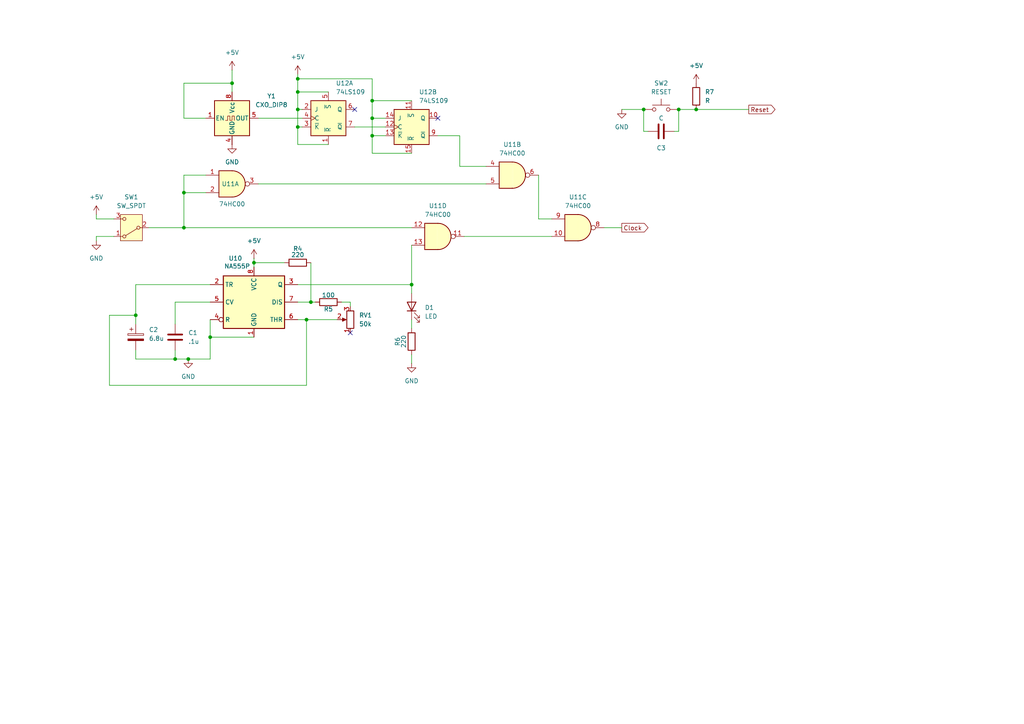
<source format=kicad_sch>
(kicad_sch (version 20250114) (generator "eeschema") (generator_version "9.0")
  (paper "A4")
  (lib_symbols
    (symbol "74xx:74HC00" (pin_names (offset 1.016))
      (property "Reference" "U" (at 0 1.27 0))
      (property "Value" "74HC00" (at 0 -1.27 0))
      (symbol "74HC00_1_1"
        (arc (start 0 3.81) (mid 3.7934 0) (end 0 -3.81) (stroke (width 0.254)) (fill (type background)))
        (polyline (pts (xy 0 3.81) (xy -3.81 3.81) (xy -3.81 -3.81) (xy 0 -3.81)) (stroke (width 0.254)) (fill (type background)))
        (pin input line (at -7.62 2.54 0) (length 3.81) (name "~") (number "1"))
        (pin input line (at -7.62 -2.54 0) (length 3.81) (name "~") (number "2"))
        (pin output inverted (at 7.62 0 180) (length 3.81) (name "~") (number "3"))
      )
      (symbol "74HC00_1_2"
        (arc (start -3.81 3.81) (mid -2.589 0) (end -3.81 -3.81) (stroke (width 0.254)))
        (polyline (pts (xy -3.81 3.81) (xy -0.635 3.81)) (stroke (width 0.254)) (fill (type background)))
        (polyline (pts (xy -3.81 -3.81) (xy -0.635 -3.81)) (stroke (width 0.254)) (fill (type background)))
        (arc (start 3.81 0) (mid 2.1855 -2.584) (end -0.6096 -3.81) (stroke (width 0.254)) (fill (type background)))
        (arc (start -0.6096 3.81) (mid 2.1928 2.5924) (end 3.81 0) (stroke (width 0.254)) (fill (type background)))
        (polyline (pts (xy -0.635 3.81) (xy -3.81 3.81) (xy -3.81 3.81) (xy -3.556 3.4036) (xy -3.0226 2.2606) (xy -2.6924 1.0414) (xy -2.6162 -0.254) (xy -2.7686 -1.4986) (xy -3.175 -2.7178) (xy -3.81 -3.81) (xy -3.81 -3.81) (xy -0.635 -3.81)) (stroke (width -25.4)) (fill (type background)))
        (pin input inverted (at -7.62 2.54 0) (length 4.318) (name "~") (number "1"))
        (pin input inverted (at -7.62 -2.54 0) (length 4.318) (name "~") (number "2"))
        (pin output line (at 7.62 0 180) (length 3.81) (name "~") (number "3"))
      )
      (symbol "74HC00_2_1"
        (arc (start 0 3.81) (mid 3.7934 0) (end 0 -3.81) (stroke (width 0.254)) (fill (type background)))
        (polyline (pts (xy 0 3.81) (xy -3.81 3.81) (xy -3.81 -3.81) (xy 0 -3.81)) (stroke (width 0.254)) (fill (type background)))
        (pin input line (at -7.62 2.54 0) (length 3.81) (name "~") (number "4"))
        (pin input line (at -7.62 -2.54 0) (length 3.81) (name "~") (number "5"))
        (pin output inverted (at 7.62 0 180) (length 3.81) (name "~") (number "6"))
      )
      (symbol "74HC00_2_2"
        (arc (start -3.81 3.81) (mid -2.589 0) (end -3.81 -3.81) (stroke (width 0.254)))
        (polyline (pts (xy -3.81 3.81) (xy -0.635 3.81)) (stroke (width 0.254)) (fill (type background)))
        (polyline (pts (xy -3.81 -3.81) (xy -0.635 -3.81)) (stroke (width 0.254)) (fill (type background)))
        (arc (start 3.81 0) (mid 2.1855 -2.584) (end -0.6096 -3.81) (stroke (width 0.254)) (fill (type background)))
        (arc (start -0.6096 3.81) (mid 2.1928 2.5924) (end 3.81 0) (stroke (width 0.254)) (fill (type background)))
        (polyline (pts (xy -0.635 3.81) (xy -3.81 3.81) (xy -3.81 3.81) (xy -3.556 3.4036) (xy -3.0226 2.2606) (xy -2.6924 1.0414) (xy -2.6162 -0.254) (xy -2.7686 -1.4986) (xy -3.175 -2.7178) (xy -3.81 -3.81) (xy -3.81 -3.81) (xy -0.635 -3.81)) (stroke (width -25.4)) (fill (type background)))
        (pin input inverted (at -7.62 2.54 0) (length 4.318) (name "~") (number "4"))
        (pin input inverted (at -7.62 -2.54 0) (length 4.318) (name "~") (number "5"))
        (pin output line (at 7.62 0 180) (length 3.81) (name "~") (number "6"))
      )
      (symbol "74HC00_3_1"
        (arc (start 0 3.81) (mid 3.7934 0) (end 0 -3.81) (stroke (width 0.254)) (fill (type background)))
        (polyline (pts (xy 0 3.81) (xy -3.81 3.81) (xy -3.81 -3.81) (xy 0 -3.81)) (stroke (width 0.254)) (fill (type background)))
        (pin input line (at -7.62 2.54 0) (length 3.81) (name "~") (number "9"))
        (pin input line (at -7.62 -2.54 0) (length 3.81) (name "~") (number "10"))
        (pin output inverted (at 7.62 0 180) (length 3.81) (name "~") (number "8"))
      )
      (symbol "74HC00_3_2"
        (arc (start -3.81 3.81) (mid -2.589 0) (end -3.81 -3.81) (stroke (width 0.254)))
        (polyline (pts (xy -3.81 3.81) (xy -0.635 3.81)) (stroke (width 0.254)) (fill (type background)))
        (polyline (pts (xy -3.81 -3.81) (xy -0.635 -3.81)) (stroke (width 0.254)) (fill (type background)))
        (arc (start 3.81 0) (mid 2.1855 -2.584) (end -0.6096 -3.81) (stroke (width 0.254)) (fill (type background)))
        (arc (start -0.6096 3.81) (mid 2.1928 2.5924) (end 3.81 0) (stroke (width 0.254)) (fill (type background)))
        (polyline (pts (xy -0.635 3.81) (xy -3.81 3.81) (xy -3.81 3.81) (xy -3.556 3.4036) (xy -3.0226 2.2606) (xy -2.6924 1.0414) (xy -2.6162 -0.254) (xy -2.7686 -1.4986) (xy -3.175 -2.7178) (xy -3.81 -3.81) (xy -3.81 -3.81) (xy -0.635 -3.81)) (stroke (width -25.4)) (fill (type background)))
        (pin input inverted (at -7.62 2.54 0) (length 4.318) (name "~") (number "9"))
        (pin input inverted (at -7.62 -2.54 0) (length 4.318) (name "~") (number "10"))
        (pin output line (at 7.62 0 180) (length 3.81) (name "~") (number "8"))
      )
      (symbol "74HC00_4_1"
        (arc (start 0 3.81) (mid 3.7934 0) (end 0 -3.81) (stroke (width 0.254)) (fill (type background)))
        (polyline (pts (xy 0 3.81) (xy -3.81 3.81) (xy -3.81 -3.81) (xy 0 -3.81)) (stroke (width 0.254)) (fill (type background)))
        (pin input line (at -7.62 2.54 0) (length 3.81) (name "~") (number "12"))
        (pin input line (at -7.62 -2.54 0) (length 3.81) (name "~") (number "13"))
        (pin output inverted (at 7.62 0 180) (length 3.81) (name "~") (number "11"))
      )
      (symbol "74HC00_4_2"
        (arc (start -3.81 3.81) (mid -2.589 0) (end -3.81 -3.81) (stroke (width 0.254)))
        (polyline (pts (xy -3.81 3.81) (xy -0.635 3.81)) (stroke (width 0.254)) (fill (type background)))
        (polyline (pts (xy -3.81 -3.81) (xy -0.635 -3.81)) (stroke (width 0.254)) (fill (type background)))
        (arc (start 3.81 0) (mid 2.1855 -2.584) (end -0.6096 -3.81) (stroke (width 0.254)) (fill (type background)))
        (arc (start -0.6096 3.81) (mid 2.1928 2.5924) (end 3.81 0) (stroke (width 0.254)) (fill (type background)))
        (polyline (pts (xy -0.635 3.81) (xy -3.81 3.81) (xy -3.81 3.81) (xy -3.556 3.4036) (xy -3.0226 2.2606) (xy -2.6924 1.0414) (xy -2.6162 -0.254) (xy -2.7686 -1.4986) (xy -3.175 -2.7178) (xy -3.81 -3.81) (xy -3.81 -3.81) (xy -0.635 -3.81)) (stroke (width -25.4)) (fill (type background)))
        (pin input inverted (at -7.62 2.54 0) (length 4.318) (name "~") (number "12"))
        (pin input inverted (at -7.62 -2.54 0) (length 4.318) (name "~") (number "13"))
        (pin output line (at 7.62 0 180) (length 3.81) (name "~") (number "11"))
      )
      (symbol "74HC00_5_0"
        (pin power_in line (at 0 12.7 270) (length 5.08) (name "VCC") (number "14"))
        (pin power_in line (at 0 -12.7 90) (length 5.08) (name "GND") (number "7"))
      )
      (symbol "74HC00_5_1"
        (rectangle (start -5.08 7.62) (end 5.08 -7.62) (stroke (width 0.254)) (fill (type background)))
      )
    )
    (symbol "74xx:74LS109" (pin_names (offset 1.016))
      (property "Reference" "U" (at -7.62 8.89 0))
      (property "Value" "74LS109" (at -7.62 -8.89 0))
      (symbol "74LS109_1_0"
        (pin input line (at -7.62 2.54 0) (length 2.54) (name "J") (number "2"))
        (pin input clock (at -7.62 0 0) (length 2.54) (name "C") (number "4"))
        (pin input line (at -7.62 -2.54 0) (length 2.54) (name "~{K}") (number "3"))
        (pin input line (at 0 7.62 270) (length 2.54) (name "~{S}") (number "5"))
        (pin input line (at 0 -7.62 90) (length 2.54) (name "~{R}") (number "1"))
        (pin output line (at 7.62 2.54 180) (length 2.54) (name "Q") (number "6"))
        (pin output line (at 7.62 -2.54 180) (length 2.54) (name "~{Q}") (number "7"))
      )
      (symbol "74LS109_1_1"
        (rectangle (start -5.08 5.08) (end 5.08 -5.08) (stroke (width 0.254)) (fill (type background)))
      )
      (symbol "74LS109_2_0"
        (pin input line (at -7.62 2.54 0) (length 2.54) (name "J") (number "14"))
        (pin input clock (at -7.62 0 0) (length 2.54) (name "C") (number "12"))
        (pin input line (at -7.62 -2.54 0) (length 2.54) (name "~{K}") (number "13"))
        (pin input line (at 0 7.62 270) (length 2.54) (name "~{S}") (number "11"))
        (pin input line (at 0 -7.62 90) (length 2.54) (name "~{R}") (number "15"))
        (pin output line (at 7.62 2.54 180) (length 2.54) (name "Q") (number "10"))
        (pin output line (at 7.62 -2.54 180) (length 2.54) (name "~{Q}") (number "9"))
      )
      (symbol "74LS109_2_1"
        (rectangle (start -5.08 5.08) (end 5.08 -5.08) (stroke (width 0.254)) (fill (type background)))
      )
      (symbol "74LS109_3_0"
        (pin power_in line (at 0 10.16 270) (length 2.54) (name "VCC") (number "16"))
        (pin power_in line (at 0 -10.16 90) (length 2.54) (name "GND") (number "8"))
      )
      (symbol "74LS109_3_1"
        (rectangle (start -5.08 7.62) (end 5.08 -7.62) (stroke (width 0.254)) (fill (type background)))
      )
    )
    (symbol "Device:C" (pin_numbers (hide yes)) (pin_names (offset 0.254))
      (property "Reference" "C" (at 0.635 2.54 0))
      (property "Value" "C" (at 0.635 -2.54 0))
      (symbol "C_0_1"
        (polyline (pts (xy -2.032 0.762) (xy 2.032 0.762)) (stroke (width 0.508)))
        (polyline (pts (xy -2.032 -0.762) (xy 2.032 -0.762)) (stroke (width 0.508)))
      )
      (symbol "C_1_1"
        (pin passive line (at 0 3.81 270) (length 2.794) (name "~") (number "1"))
        (pin passive line (at 0 -3.81 90) (length 2.794) (name "~") (number "2"))
      )
    )
    (symbol "Device:C_Polarized" (pin_numbers (hide yes)) (pin_names (offset 0.254))
      (property "Reference" "C" (at 0.635 2.54 0))
      (property "Value" "C_Polarized" (at 0.635 -2.54 0))
      (symbol "C_Polarized_0_1"
        (rectangle (start -2.286 0.508) (end 2.286 1.016))
        (polyline (pts (xy -1.778 2.286) (xy -0.762 2.286)))
        (polyline (pts (xy -1.27 2.794) (xy -1.27 1.778)))
        (rectangle (start 2.286 -0.508) (end -2.286 -1.016) (fill (type outline)))
      )
      (symbol "C_Polarized_1_1"
        (pin passive line (at 0 3.81 270) (length 2.794) (name "~") (number "1"))
        (pin passive line (at 0 -3.81 90) (length 2.794) (name "~") (number "2"))
      )
    )
    (symbol "Device:LED" (pin_numbers (hide yes)) (pin_names (offset 1.016) (hide yes))
      (property "Reference" "D" (at 0 2.54 0))
      (property "Value" "LED" (at 0 -2.54 0))
      (symbol "LED_0_1"
        (polyline (pts (xy -3.048 -0.762) (xy -4.572 -2.286) (xy -3.81 -2.286) (xy -4.572 -2.286) (xy -4.572 -1.524)))
        (polyline (pts (xy -1.778 -0.762) (xy -3.302 -2.286) (xy -2.54 -2.286) (xy -3.302 -2.286) (xy -3.302 -1.524)))
        (polyline (pts (xy -1.27 0) (xy 1.27 0)))
        (polyline (pts (xy -1.27 -1.27) (xy -1.27 1.27)) (stroke (width 0.254)))
        (polyline (pts (xy 1.27 -1.27) (xy 1.27 1.27) (xy -1.27 0) (xy 1.27 -1.27)) (stroke (width 0.254)))
      )
      (symbol "LED_1_1"
        (pin passive line (at -3.81 0 0) (length 2.54) (name "K") (number "1"))
        (pin passive line (at 3.81 0 180) (length 2.54) (name "A") (number "2"))
      )
    )
    (symbol "Device:R" (pin_numbers (hide yes)) (pin_names (offset 0))
      (property "Reference" "R" (at 2.032 0 90))
      (property "Value" "R" (at 0 0 90))
      (symbol "R_0_1"
        (rectangle (start -1.016 -2.54) (end 1.016 2.54) (stroke (width 0.254)))
      )
      (symbol "R_1_1"
        (pin passive line (at 0 3.81 270) (length 1.27) (name "~") (number "1"))
        (pin passive line (at 0 -3.81 90) (length 1.27) (name "~") (number "2"))
      )
    )
    (symbol "Device:R_Potentiometer" (pin_names (offset 1.016) (hide yes))
      (property "Reference" "RV" (at -4.445 0 90))
      (property "Value" "R_Potentiometer" (at -2.54 0 90))
      (symbol "R_Potentiometer_0_1"
        (rectangle (start 1.016 2.54) (end -1.016 -2.54) (stroke (width 0.254)))
        (polyline (pts (xy 1.143 0) (xy 2.286 0.508) (xy 2.286 -0.508) (xy 1.143 0)) (fill (type outline)))
        (polyline (pts (xy 2.54 0) (xy 1.524 0)))
      )
      (symbol "R_Potentiometer_1_1"
        (pin passive line (at 0 3.81 270) (length 1.27) (name "1") (number "1"))
        (pin passive line (at 0 -3.81 90) (length 1.27) (name "3") (number "3"))
        (pin passive line (at 3.81 0 180) (length 1.27) (name "2") (number "2"))
      )
    )
    (symbol "Oscillator:CXO_DIP8" (pin_names (offset 0.254))
      (property "Reference" "Y" (at -5.08 6.35 0))
      (property "Value" "CXO_DIP8" (at 1.27 -6.35 0))
      (symbol "CXO_DIP8_0_1"
        (rectangle (start -5.08 5.08) (end 5.08 -5.08) (stroke (width 0.254)) (fill (type background)))
        (polyline (pts (xy -1.905 -0.635) (xy -1.27 -0.635) (xy -1.27 0.635) (xy -0.635 0.635) (xy -0.635 -0.635) (xy 0 -0.635) (xy 0 0.635) (xy 0.635 0.635) (xy 0.635 -0.635)))
      )
      (symbol "CXO_DIP8_1_1"
        (pin input line (at -7.62 0 0) (length 2.54) (name "EN") (number "1"))
        (pin power_in line (at 0 7.62 270) (length 2.54) (name "Vcc") (number "8"))
        (pin power_in line (at 0 -7.62 90) (length 2.54) (name "GND") (number "4"))
        (pin output line (at 7.62 0 180) (length 2.54) (name "OUT") (number "5"))
      )
    )
    (symbol "Switch:SW_Push" (pin_numbers (hide yes)) (pin_names (offset 1.016) (hide yes))
      (property "Reference" "SW" (at 1.27 2.54 0))
      (property "Value" "SW_Push" (at 0 -1.524 0))
      (symbol "SW_Push_0_1"
        (circle (center -2.032 0) (radius 0.508))
        (polyline (pts (xy 0 1.27) (xy 0 3.048)))
        (circle (center 2.032 0) (radius 0.508))
        (polyline (pts (xy 2.54 1.27) (xy -2.54 1.27)))
        (pin passive line (at -5.08 0 0) (length 2.54) (name "1") (number "1"))
        (pin passive line (at 5.08 0 180) (length 2.54) (name "2") (number "2"))
      )
    )
    (symbol "Switch:SW_SPDT" (pin_names (offset 0) (hide yes))
      (property "Reference" "SW" (at 0 5.08 0))
      (property "Value" "SW_SPDT" (at 0 -5.08 0))
      (symbol "SW_SPDT_0_1"
        (circle (center -2.032 0) (radius 0.4572))
        (polyline (pts (xy -1.651 0.254) (xy 1.651 2.286)))
        (circle (center 2.032 2.54) (radius 0.4572))
        (circle (center 2.032 -2.54) (radius 0.4572))
      )
      (symbol "SW_SPDT_1_1"
        (rectangle (start -3.175 3.81) (end 3.175 -3.81) (fill (type background)))
        (pin passive line (at -5.08 0 0) (length 2.54) (name "B") (number "2"))
        (pin passive line (at 5.08 2.54 180) (length 2.54) (name "A") (number "1"))
        (pin passive line (at 5.08 -2.54 180) (length 2.54) (name "C") (number "3"))
      )
    )
    (symbol "Timer:NA555P"
      (property "Reference" "U" (at -10.16 8.89 0))
      (property "Value" "NA555P" (at 2.54 8.89 0))
      (symbol "NA555P_0_0"
        (pin power_in line (at 0 10.16 270) (length 2.54) (name "VCC") (number "8"))
        (pin power_in line (at 0 -10.16 90) (length 2.54) (name "GND") (number "1"))
      )
      (symbol "NA555P_0_1"
        (rectangle (start -8.89 -7.62) (end 8.89 7.62) (stroke (width 0.254)) (fill (type background)))
        (rectangle (start -8.89 -7.62) (end 8.89 7.62) (stroke (width 0.254)) (fill (type background)))
      )
      (symbol "NA555P_1_1"
        (pin input line (at -12.7 5.08 0) (length 3.81) (name "TR") (number "2"))
        (pin input line (at -12.7 0 0) (length 3.81) (name "CV") (number "5"))
        (pin input inverted (at -12.7 -5.08 0) (length 3.81) (name "R") (number "4"))
        (pin output line (at 12.7 5.08 180) (length 3.81) (name "Q") (number "3"))
        (pin input line (at 12.7 0 180) (length 3.81) (name "DIS") (number "7"))
        (pin input line (at 12.7 -5.08 180) (length 3.81) (name "THR") (number "6"))
      )
    )
    (symbol "power:+5V" (power) (pin_numbers (hide yes)) (pin_names (offset 0) (hide yes))
      (property "Value" "+5V" (at 0 3.556 0))
      (symbol "+5V_0_1"
        (polyline (pts (xy -0.762 1.27) (xy 0 2.54)))
        (polyline (pts (xy 0 2.54) (xy 0.762 1.27)))
        (polyline (pts (xy 0 0) (xy 0 2.54)))
      )
      (symbol "+5V_1_1"
        (pin power_in line (at 0 0 90) (length 0) (name "~") (number "1"))
      )
    )
    (symbol "power:GND" (power) (pin_numbers (hide yes)) (pin_names (offset 0) (hide yes))
      (property "Value" "GND" (at 0 -3.81 0))
      (symbol "GND_0_1"
        (polyline (pts (xy 0 0) (xy 0 -1.27) (xy 1.27 -1.27) (xy 0 -2.54) (xy -1.27 -1.27) (xy 0 -1.27)))
      )
      (symbol "GND_1_1"
        (pin power_in line (at 0 0 270) (length 0) (name "~") (number "1"))
      )
    )
  )
  (junction (at 107.95 29.21))
  (junction (at 60.96 97.79))
  (junction (at 186.69 31.75))
  (junction (at 39.37 91.44))
  (junction (at 50.8 104.14))
  (junction (at 88.9 92.71))
  (junction (at 201.93 31.75))
  (junction (at 119.38 82.55))
  (junction (at 86.36 26.67))
  (junction (at 86.36 31.75))
  (junction (at 54.61 104.14))
  (junction (at 107.95 39.37))
  (junction (at 67.31 24.13))
  (junction (at 196.85 31.75))
  (junction (at 86.36 36.83))
  (junction (at 86.36 22.86))
  (junction (at 53.34 55.88))
  (junction (at 53.34 66.04))
  (junction (at 90.17 87.63))
  (junction (at 107.95 34.29))
  (junction (at 73.66 76.2))
  (no_connect (at 101.6 96.52))
  (no_connect (at 102.87 31.75))
  (no_connect (at 127 34.29))
  (wire (pts (xy 74.93 34.29) (xy 87.63 34.29)))
  (wire (pts (xy 53.34 50.8) (xy 59.69 50.8)))
  (wire (pts (xy 88.9 92.71) (xy 97.79 92.71)))
  (wire (pts (xy 107.95 34.29) (xy 111.76 34.29)))
  (wire (pts (xy 107.95 29.21) (xy 107.95 22.86)))
  (wire (pts (xy 86.36 87.63) (xy 90.17 87.63)))
  (wire (pts (xy 133.35 48.26) (xy 140.97 48.26)))
  (wire (pts (xy 107.95 39.37) (xy 107.95 44.45)))
  (wire (pts (xy 134.62 68.58) (xy 160.02 68.58)))
  (wire (pts (xy 31.75 111.76) (xy 31.75 91.44)))
  (wire (pts (xy 73.66 76.2) (xy 82.55 76.2)))
  (wire (pts (xy 196.85 31.75) (xy 201.93 31.75)))
  (wire (pts (xy 119.38 85.09) (xy 119.38 82.55)))
  (wire (pts (xy 86.36 31.75) (xy 87.63 31.75)))
  (wire (pts (xy 119.38 66.04) (xy 53.34 66.04)))
  (wire (pts (xy 31.75 91.44) (xy 39.37 91.44)))
  (wire (pts (xy 101.6 87.63) (xy 101.6 88.9)))
  (wire (pts (xy 119.38 82.55) (xy 119.38 71.12)))
  (wire (pts (xy 86.36 26.67) (xy 95.25 26.67)))
  (wire (pts (xy 60.96 92.71) (xy 60.96 97.79)))
  (wire (pts (xy 67.31 24.13) (xy 67.31 26.67)))
  (wire (pts (xy 60.96 104.14) (xy 54.61 104.14)))
  (wire (pts (xy 99.06 87.63) (xy 101.6 87.63)))
  (wire (pts (xy 59.69 34.29) (xy 53.34 34.29)))
  (wire (pts (xy 39.37 104.14) (xy 50.8 104.14)))
  (wire (pts (xy 196.85 38.1) (xy 196.85 31.75)))
  (wire (pts (xy 88.9 111.76) (xy 31.75 111.76)))
  (wire (pts (xy 60.96 97.79) (xy 73.66 97.79)))
  (wire (pts (xy 107.95 34.29) (xy 107.95 39.37)))
  (wire (pts (xy 86.36 22.86) (xy 86.36 26.67)))
  (wire (pts (xy 86.36 31.75) (xy 86.36 36.83)))
  (wire (pts (xy 74.93 53.34) (xy 140.97 53.34)))
  (wire (pts (xy 175.26 66.04) (xy 180.34 66.04)))
  (wire (pts (xy 119.38 102.87) (xy 119.38 105.41)))
  (wire (pts (xy 39.37 91.44) (xy 39.37 93.98)))
  (wire (pts (xy 201.93 31.75) (xy 217.17 31.75)))
  (wire (pts (xy 43.18 66.04) (xy 53.34 66.04)))
  (wire (pts (xy 119.38 29.21) (xy 107.95 29.21)))
  (wire (pts (xy 27.94 68.58) (xy 27.94 69.85)))
  (wire (pts (xy 180.34 31.75) (xy 186.69 31.75)))
  (wire (pts (xy 53.34 66.04) (xy 53.34 55.88)))
  (wire (pts (xy 88.9 92.71) (xy 86.36 92.71)))
  (wire (pts (xy 195.58 38.1) (xy 196.85 38.1)))
  (wire (pts (xy 53.34 24.13) (xy 67.31 24.13)))
  (wire (pts (xy 102.87 36.83) (xy 111.76 36.83)))
  (wire (pts (xy 86.36 21.59) (xy 86.36 22.86)))
  (wire (pts (xy 33.02 68.58) (xy 27.94 68.58)))
  (wire (pts (xy 86.36 82.55) (xy 119.38 82.55)))
  (wire (pts (xy 95.25 41.91) (xy 86.36 41.91)))
  (wire (pts (xy 107.95 29.21) (xy 107.95 34.29)))
  (wire (pts (xy 186.69 31.75) (xy 186.69 38.1)))
  (wire (pts (xy 156.21 63.5) (xy 160.02 63.5)))
  (wire (pts (xy 50.8 101.6) (xy 50.8 104.14)))
  (wire (pts (xy 39.37 82.55) (xy 39.37 91.44)))
  (wire (pts (xy 50.8 104.14) (xy 54.61 104.14)))
  (wire (pts (xy 50.8 87.63) (xy 50.8 93.98)))
  (wire (pts (xy 27.94 62.23) (xy 27.94 63.5)))
  (wire (pts (xy 186.69 38.1) (xy 187.96 38.1)))
  (wire (pts (xy 87.63 36.83) (xy 86.36 36.83)))
  (wire (pts (xy 60.96 87.63) (xy 50.8 87.63)))
  (wire (pts (xy 107.95 22.86) (xy 86.36 22.86)))
  (wire (pts (xy 67.31 20.32) (xy 67.31 24.13)))
  (wire (pts (xy 119.38 92.71) (xy 119.38 95.25)))
  (wire (pts (xy 60.96 97.79) (xy 60.96 104.14)))
  (wire (pts (xy 53.34 55.88) (xy 53.34 50.8)))
  (wire (pts (xy 90.17 87.63) (xy 91.44 87.63)))
  (wire (pts (xy 127 39.37) (xy 133.35 39.37)))
  (wire (pts (xy 133.35 39.37) (xy 133.35 48.26)))
  (wire (pts (xy 73.66 74.93) (xy 73.66 76.2)))
  (wire (pts (xy 53.34 55.88) (xy 59.69 55.88)))
  (wire (pts (xy 27.94 63.5) (xy 33.02 63.5)))
  (wire (pts (xy 73.66 76.2) (xy 73.66 77.47)))
  (wire (pts (xy 156.21 50.8) (xy 156.21 63.5)))
  (wire (pts (xy 39.37 101.6) (xy 39.37 104.14)))
  (wire (pts (xy 60.96 82.55) (xy 39.37 82.55)))
  (wire (pts (xy 53.34 34.29) (xy 53.34 24.13)))
  (wire (pts (xy 86.36 26.67) (xy 86.36 31.75)))
  (wire (pts (xy 86.36 41.91) (xy 86.36 36.83)))
  (wire (pts (xy 111.76 39.37) (xy 107.95 39.37)))
  (wire (pts (xy 90.17 76.2) (xy 90.17 87.63)))
  (wire (pts (xy 107.95 44.45) (xy 119.38 44.45)))
  (wire (pts (xy 88.9 92.71) (xy 88.9 111.76)))
  (global_label "Clock" (shape output) (at 180.34 66.04 0) (property "Intersheetrefs" "${INTERSHEET_REFS}" (effects (hide yes))))
  (global_label "Reset" (shape output) (at 217.17 31.75 0) (property "Intersheetrefs" "${INTERSHEET_REFS}" (effects (hide yes))))
  (symbol (lib_id "Device:C") (at 50.8 97.79 180) (unit 1)
    (property "Reference" "C1" (at 54.61 96.5199 0) (effects (justify right)))
    (property "Value" ".1u" (at 54.61 99.0599 0) (effects (justify right)))
    (property "Description" "Unpolarized capacitor" (effects (hide yes)))
  )
  (symbol (lib_id "power:+5V") (at 201.93 24.13 0) (unit 1)
    (property "Reference" "#PWR026" (effects (hide yes)))
    (property "Value" "+5V" (at 201.93 19.05 0))
    (property "Description" "Power symbol creates a global label with name \"+5V\"" (effects (hide yes)))
  )
  (symbol (lib_id "Device:C_Polarized") (at 39.37 97.79 0) (unit 1)
    (property "Reference" "C2" (at 43.18 95.6309 0) (effects (justify left)))
    (property "Value" "6.8u" (at 43.18 98.1709 0) (effects (justify left)))
    (property "Description" "Polarized capacitor" (effects (hide yes)))
  )
  (symbol (lib_id "power:+5V") (at 67.31 20.32 0) (unit 1)
    (property "Reference" "#PWR020" (effects (hide yes)))
    (property "Value" "+5V" (at 67.31 15.24 0))
    (property "Description" "Power symbol creates a global label with name \"+5V\"" (effects (hide yes)))
  )
  (symbol (lib_id "Oscillator:CXO_DIP8") (at 67.31 34.29 0) (unit 1)
    (property "Reference" "Y1" (at 78.74 27.8698 0))
    (property "Value" "CXO_DIP8" (at 78.74 30.4098 0))
    (property "Footprint" "Oscillator:Oscillator_DIP-8" (effects (hide yes)))
    (property "Datasheet" "http://cdn-reichelt.de/documents/datenblatt/B400/OSZI.pdf" (effects (hide yes)))
    (property "Description" "Crystal Clock Oscillator, DIP8-style metal package" (effects (hide yes)))
  )
  (symbol (lib_id "Device:R") (at 201.93 27.94 0) (unit 1)
    (property "Reference" "R7" (at 204.47 26.6699 0) (effects (justify left)))
    (property "Value" "R" (at 204.47 29.2099 0) (effects (justify left)))
    (property "Description" "Resistor" (effects (hide yes)))
  )
  (symbol (lib_id "power:+5V") (at 73.66 74.93 0) (unit 1)
    (property "Reference" "#PWR024" (effects (hide yes)))
    (property "Value" "+5V" (at 73.66 69.85 0))
    (property "Description" "Power symbol creates a global label with name \"+5V\"" (effects (hide yes)))
  )
  (symbol (lib_id "power:GND") (at 27.94 69.85 0) (unit 1)
    (property "Reference" "#PWR023" (effects (hide yes)))
    (property "Value" "GND" (at 27.94 74.93 0))
    (property "Description" "Power symbol creates a global label with name \"GND\" , ground" (effects (hide yes)))
  )
  (symbol (lib_id "Device:R") (at 95.25 87.63 90) (unit 1)
    (property "Reference" "R5" (at 95.25 89.662 90))
    (property "Value" "100" (at 95.25 85.598 90))
    (property "Description" "Resistor" (effects (hide yes)))
  )
  (symbol (lib_id "power:+5V") (at 86.36 21.59 0) (unit 1)
    (property "Reference" "#PWR021" (effects (hide yes)))
    (property "Value" "+5V" (at 86.36 16.51 0))
    (property "Description" "Power symbol creates a global label with name \"+5V\"" (effects (hide yes)))
  )
  (symbol (lib_id "Device:R_Potentiometer") (at 101.6 92.71 180) (unit 1)
    (property "Reference" "RV1" (at 104.14 91.4399 0) (effects (justify right)))
    (property "Value" "50k" (at 104.14 93.9799 0) (effects (justify right)))
    (property "Description" "Potentiometer" (effects (hide yes)))
  )
  (symbol (lib_id "Device:C") (at 191.77 38.1 270) (unit 1)
    (property "Reference" "C3" (at 191.77 42.926 90))
    (property "Value" "C" (at 191.77 34.29 90))
    (property "Description" "Unpolarized capacitor" (effects (hide yes)))
  )
  (symbol (lib_id "power:GND") (at 180.34 31.75 0) (unit 1)
    (property "Reference" "#PWR027" (effects (hide yes)))
    (property "Value" "GND" (at 180.34 36.83 0))
    (property "Description" "Power symbol creates a global label with name \"GND\" , ground" (effects (hide yes)))
  )
  (symbol (lib_id "power:GND") (at 119.38 105.41 0) (unit 1)
    (property "Reference" "#PWR025" (effects (hide yes)))
    (property "Value" "GND" (at 119.38 110.49 0))
    (property "Description" "Power symbol creates a global label with name \"GND\" , ground" (effects (hide yes)))
  )
  (symbol (lib_id "Device:LED") (at 119.38 88.9 90) (unit 1)
    (property "Reference" "D1" (at 123.19 89.2174 90) (effects (justify right)))
    (property "Value" "LED" (at 123.19 91.7574 90) (effects (justify right)))
    (property "Description" "Light emitting diode" (effects (hide yes)))
    (property "Sim.Pins" "1=K 2=A" (effects (hide yes)))
  )
  (symbol (lib_id "power:GND") (at 54.61 104.14 0) (unit 1)
    (property "Reference" "#PWR022" (effects (hide yes)))
    (property "Value" "GND" (at 54.61 109.22 0))
    (property "Description" "Power symbol creates a global label with name \"GND\" , ground" (effects (hide yes)))
  )
  (symbol (lib_id "Switch:SW_SPDT") (at 38.1 66.04 180) (unit 1)
    (property "Reference" "SW1" (at 38.1 57.15 0))
    (property "Value" "SW_SPDT" (at 38.1 59.69 0))
    (property "Description" "Switch, single pole double throw" (effects (hide yes)))
  )
  (symbol (lib_id "Device:R") (at 119.38 99.06 180) (unit 1)
    (property "Reference" "R6" (at 115.316 99.06 90))
    (property "Value" "220" (at 117.094 99.06 90))
    (property "Description" "Resistor" (effects (hide yes)))
  )
  (symbol (lib_id "Switch:SW_Push") (at 191.77 31.75 0) (unit 1)
    (property "Reference" "SW2" (at 191.77 24.13 0))
    (property "Value" "RESET" (at 191.77 26.67 0))
    (property "Description" "Push button switch, generic, two pins" (effects (hide yes)))
  )
  (symbol (lib_id "74xx:74LS109") (at 95.25 34.29 0) (unit 1)
    (property "Reference" "U12" (at 97.3933 24.13 0) (effects (justify left)))
    (property "Value" "74LS109" (at 97.3933 26.67 0) (effects (justify left)))
    (property "Datasheet" "http://www.ti.com/lit/gpn/sn74LS109" (effects (hide yes)))
    (property "Description" "Dual JK Flip-Flop, Set & Reset" (effects (hide yes)))
  )
  (symbol (lib_id "74xx:74LS109") (at 119.38 36.83 0) (unit 2)
    (property "Reference" "U12" (at 121.5233 26.67 0) (effects (justify left)))
    (property "Value" "74LS109" (at 121.5233 29.21 0) (effects (justify left)))
    (property "Datasheet" "http://www.ti.com/lit/gpn/sn74LS109" (effects (hide yes)))
    (property "Description" "Dual JK Flip-Flop, Set & Reset" (effects (hide yes)))
  )
  (symbol (lib_id "74xx:74HC00") (at 67.31 53.34 0) (unit 1)
    (property "Reference" "U11" (at 66.802 53.34 0))
    (property "Value" "74HC00" (at 67.31 59.182 0))
    (property "Datasheet" "http://www.ti.com/lit/gpn/sn74hc00" (effects (hide yes)))
    (property "Description" "quad 2-input NAND gate" (effects (hide yes)))
  )
  (symbol (lib_id "74xx:74HC00") (at 127 68.58 0) (unit 4)
    (property "Reference" "U11" (at 126.9917 59.69 0))
    (property "Value" "74HC00" (at 126.9917 62.23 0))
    (property "Datasheet" "http://www.ti.com/lit/gpn/sn74hc00" (effects (hide yes)))
    (property "Description" "quad 2-input NAND gate" (effects (hide yes)))
  )
  (symbol (lib_id "74xx:74HC00") (at 148.59 50.8 0) (unit 2)
    (property "Reference" "U11" (at 148.5817 41.91 0))
    (property "Value" "74HC00" (at 148.5817 44.45 0))
    (property "Datasheet" "http://www.ti.com/lit/gpn/sn74hc00" (effects (hide yes)))
    (property "Description" "quad 2-input NAND gate" (effects (hide yes)))
  )
  (symbol (lib_id "74xx:74HC00") (at 167.64 66.04 0) (unit 3)
    (property "Reference" "U11" (at 167.6317 57.15 0))
    (property "Value" "74HC00" (at 167.6317 59.69 0))
    (property "Datasheet" "http://www.ti.com/lit/gpn/sn74hc00" (effects (hide yes)))
    (property "Description" "quad 2-input NAND gate" (effects (hide yes)))
  )
  (symbol (lib_id "Timer:NA555P") (at 73.66 87.63 0) (unit 1)
    (property "Reference" "U10" (at 66.294 74.93 0) (effects (justify left)))
    (property "Value" "NA555P" (at 65.024 77.216 0) (effects (justify left)))
    (property "Footprint" "Package_DIP:DIP-8_W7.62mm" (effects (hide yes)))
    (property "Datasheet" "http://www.ti.com/lit/ds/symlink/ne555.pdf" (effects (hide yes)))
    (property "Description" "Precision Timers, 555 compatible, PDIP-8" (effects (hide yes)))
  )
  (symbol (lib_id "Device:R") (at 86.36 76.2 90) (unit 1)
    (property "Reference" "R4" (at 86.36 72.136 90))
    (property "Value" "220" (at 86.36 73.914 90))
    (property "Description" "Resistor" (effects (hide yes)))
  )
  (symbol (lib_id "power:+5V") (at 27.94 62.23 0) (unit 1)
    (property "Reference" "#PWR019" (effects (hide yes)))
    (property "Value" "+5V" (at 27.94 57.15 0))
    (property "Description" "Power symbol creates a global label with name \"+5V\"" (effects (hide yes)))
  )
  (symbol (lib_id "power:GND") (at 67.31 41.91 0) (unit 1)
    (property "Reference" "#PWR018" (effects (hide yes)))
    (property "Value" "GND" (at 67.31 46.99 0))
    (property "Description" "Power symbol creates a global label with name \"GND\" , ground" (effects (hide yes)))
  )
)
</source>
